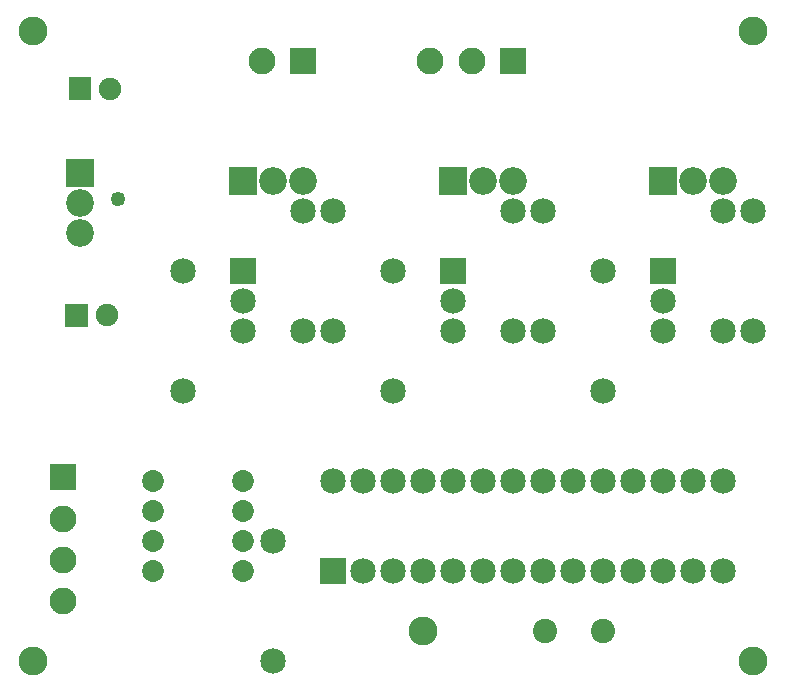
<source format=gts>
G04 MADE WITH FRITZING*
G04 WWW.FRITZING.ORG*
G04 DOUBLE SIDED*
G04 HOLES PLATED*
G04 CONTOUR ON CENTER OF CONTOUR VECTOR*
%ASAXBY*%
%FSLAX23Y23*%
%MOIN*%
%OFA0B0*%
%SFA1.0B1.0*%
%ADD10C,0.092000*%
%ADD11C,0.096614*%
%ADD12C,0.089370*%
%ADD13C,0.080925*%
%ADD14C,0.080866*%
%ADD15C,0.085000*%
%ADD16C,0.073000*%
%ADD17C,0.075000*%
%ADD18C,0.049370*%
%ADD19R,0.092000X0.092000*%
%ADD20R,0.089370X0.089370*%
%ADD21R,0.085000X0.085000*%
%ADD22R,0.001000X0.001000*%
%LNMASK1*%
G90*
G70*
G54D10*
X599Y1771D03*
X599Y1671D03*
X599Y1571D03*
G54D11*
X1742Y244D03*
X442Y2244D03*
X2842Y2244D03*
X442Y144D03*
X2842Y144D03*
G54D12*
X542Y757D03*
X542Y619D03*
X542Y481D03*
X542Y344D03*
X2042Y2144D03*
X1904Y2144D03*
X1766Y2144D03*
X1342Y2144D03*
X1204Y2144D03*
G54D13*
X2149Y244D03*
G54D14*
X2342Y244D03*
G54D15*
X1442Y444D03*
X1442Y744D03*
X1542Y444D03*
X1542Y744D03*
X1642Y444D03*
X1642Y744D03*
X1742Y444D03*
X1742Y744D03*
X1842Y444D03*
X1842Y744D03*
X1942Y444D03*
X1942Y744D03*
X2042Y444D03*
X2042Y744D03*
X2142Y444D03*
X2142Y744D03*
X2242Y444D03*
X2242Y744D03*
X2342Y444D03*
X2342Y744D03*
X2442Y444D03*
X2442Y744D03*
X2542Y444D03*
X2542Y744D03*
X2642Y444D03*
X2642Y744D03*
X2742Y444D03*
X2742Y744D03*
G54D16*
X1142Y444D03*
X1142Y544D03*
X1142Y644D03*
X1142Y744D03*
X842Y744D03*
X842Y644D03*
X842Y544D03*
X842Y444D03*
X1142Y444D03*
X1142Y544D03*
X1142Y644D03*
X1142Y744D03*
X842Y744D03*
X842Y644D03*
X842Y544D03*
X842Y444D03*
G54D15*
X1142Y1244D03*
X1142Y1344D03*
X1142Y1444D03*
X1842Y1244D03*
X1842Y1344D03*
X1842Y1444D03*
X2542Y1244D03*
X2542Y1344D03*
X2542Y1444D03*
X1242Y144D03*
X1242Y544D03*
X942Y1044D03*
X942Y1444D03*
X1642Y1044D03*
X1642Y1444D03*
X2342Y1044D03*
X2342Y1444D03*
X2742Y1244D03*
X2742Y1644D03*
X2042Y1244D03*
X2042Y1644D03*
X1342Y1244D03*
X1342Y1644D03*
X1442Y1244D03*
X1442Y1644D03*
X2842Y1244D03*
X2842Y1644D03*
X2142Y1244D03*
X2142Y1644D03*
G54D10*
X1142Y1744D03*
X1242Y1744D03*
X1342Y1744D03*
X2542Y1744D03*
X2642Y1744D03*
X2742Y1744D03*
X1842Y1744D03*
X1942Y1744D03*
X2042Y1744D03*
G54D17*
X599Y2052D03*
X699Y2052D03*
X599Y2052D03*
X699Y2052D03*
X588Y1296D03*
X688Y1296D03*
X588Y1296D03*
X688Y1296D03*
G54D18*
X723Y1683D03*
G54D19*
X599Y1771D03*
G54D20*
X542Y757D03*
X2042Y2144D03*
X1342Y2144D03*
G54D21*
X1442Y444D03*
X1142Y1444D03*
X1842Y1444D03*
X2542Y1444D03*
G54D19*
X1142Y1744D03*
X2542Y1744D03*
X1842Y1744D03*
G54D22*
X562Y2090D02*
X635Y2090D01*
X561Y2089D02*
X635Y2089D01*
X561Y2088D02*
X635Y2088D01*
X561Y2087D02*
X635Y2087D01*
X561Y2086D02*
X635Y2086D01*
X561Y2085D02*
X635Y2085D01*
X561Y2084D02*
X635Y2084D01*
X561Y2083D02*
X635Y2083D01*
X561Y2082D02*
X635Y2082D01*
X561Y2081D02*
X635Y2081D01*
X561Y2080D02*
X635Y2080D01*
X561Y2079D02*
X635Y2079D01*
X561Y2078D02*
X635Y2078D01*
X561Y2077D02*
X635Y2077D01*
X561Y2076D02*
X635Y2076D01*
X561Y2075D02*
X635Y2075D01*
X561Y2074D02*
X635Y2074D01*
X561Y2073D02*
X635Y2073D01*
X561Y2072D02*
X635Y2072D01*
X561Y2071D02*
X635Y2071D01*
X561Y2070D02*
X635Y2070D01*
X561Y2069D02*
X635Y2069D01*
X561Y2068D02*
X635Y2068D01*
X561Y2067D02*
X635Y2067D01*
X561Y2066D02*
X635Y2066D01*
X561Y2065D02*
X635Y2065D01*
X561Y2064D02*
X635Y2064D01*
X561Y2063D02*
X635Y2063D01*
X561Y2062D02*
X635Y2062D01*
X561Y2061D02*
X595Y2061D01*
X602Y2061D02*
X635Y2061D01*
X561Y2060D02*
X593Y2060D01*
X604Y2060D02*
X635Y2060D01*
X561Y2059D02*
X591Y2059D01*
X605Y2059D02*
X635Y2059D01*
X561Y2058D02*
X591Y2058D01*
X606Y2058D02*
X635Y2058D01*
X561Y2057D02*
X590Y2057D01*
X607Y2057D02*
X635Y2057D01*
X561Y2056D02*
X590Y2056D01*
X607Y2056D02*
X635Y2056D01*
X561Y2055D02*
X589Y2055D01*
X607Y2055D02*
X635Y2055D01*
X561Y2054D02*
X589Y2054D01*
X608Y2054D02*
X635Y2054D01*
X561Y2053D02*
X589Y2053D01*
X608Y2053D02*
X635Y2053D01*
X561Y2052D02*
X589Y2052D01*
X608Y2052D02*
X635Y2052D01*
X561Y2051D02*
X589Y2051D01*
X608Y2051D02*
X635Y2051D01*
X561Y2050D02*
X589Y2050D01*
X607Y2050D02*
X635Y2050D01*
X561Y2049D02*
X590Y2049D01*
X607Y2049D02*
X635Y2049D01*
X561Y2048D02*
X590Y2048D01*
X607Y2048D02*
X635Y2048D01*
X561Y2047D02*
X591Y2047D01*
X606Y2047D02*
X635Y2047D01*
X561Y2046D02*
X591Y2046D01*
X605Y2046D02*
X635Y2046D01*
X561Y2045D02*
X593Y2045D01*
X604Y2045D02*
X635Y2045D01*
X561Y2044D02*
X596Y2044D01*
X601Y2044D02*
X635Y2044D01*
X561Y2043D02*
X635Y2043D01*
X561Y2042D02*
X635Y2042D01*
X561Y2041D02*
X635Y2041D01*
X561Y2040D02*
X635Y2040D01*
X561Y2039D02*
X635Y2039D01*
X561Y2038D02*
X635Y2038D01*
X561Y2037D02*
X635Y2037D01*
X561Y2036D02*
X635Y2036D01*
X561Y2035D02*
X635Y2035D01*
X561Y2034D02*
X635Y2034D01*
X561Y2033D02*
X635Y2033D01*
X561Y2032D02*
X635Y2032D01*
X561Y2031D02*
X635Y2031D01*
X561Y2030D02*
X635Y2030D01*
X561Y2029D02*
X635Y2029D01*
X561Y2028D02*
X635Y2028D01*
X561Y2027D02*
X635Y2027D01*
X561Y2026D02*
X635Y2026D01*
X561Y2025D02*
X635Y2025D01*
X561Y2024D02*
X635Y2024D01*
X561Y2023D02*
X635Y2023D01*
X561Y2022D02*
X635Y2022D01*
X561Y2021D02*
X635Y2021D01*
X561Y2020D02*
X635Y2020D01*
X561Y2019D02*
X635Y2019D01*
X561Y2018D02*
X635Y2018D01*
X561Y2017D02*
X635Y2017D01*
X561Y2016D02*
X635Y2016D01*
X550Y1333D02*
X624Y1333D01*
X550Y1332D02*
X624Y1332D01*
X550Y1331D02*
X624Y1331D01*
X550Y1330D02*
X624Y1330D01*
X550Y1329D02*
X624Y1329D01*
X550Y1328D02*
X624Y1328D01*
X550Y1327D02*
X624Y1327D01*
X550Y1326D02*
X624Y1326D01*
X550Y1325D02*
X624Y1325D01*
X550Y1324D02*
X624Y1324D01*
X550Y1323D02*
X624Y1323D01*
X550Y1322D02*
X624Y1322D01*
X550Y1321D02*
X624Y1321D01*
X550Y1320D02*
X624Y1320D01*
X550Y1319D02*
X624Y1319D01*
X550Y1318D02*
X624Y1318D01*
X550Y1317D02*
X624Y1317D01*
X550Y1316D02*
X624Y1316D01*
X550Y1315D02*
X624Y1315D01*
X550Y1314D02*
X624Y1314D01*
X550Y1313D02*
X624Y1313D01*
X550Y1312D02*
X624Y1312D01*
X550Y1311D02*
X624Y1311D01*
X550Y1310D02*
X624Y1310D01*
X550Y1309D02*
X624Y1309D01*
X550Y1308D02*
X624Y1308D01*
X550Y1307D02*
X624Y1307D01*
X550Y1306D02*
X624Y1306D01*
X550Y1305D02*
X624Y1305D01*
X550Y1304D02*
X582Y1304D01*
X592Y1304D02*
X624Y1304D01*
X550Y1303D02*
X581Y1303D01*
X593Y1303D02*
X624Y1303D01*
X550Y1302D02*
X580Y1302D01*
X594Y1302D02*
X624Y1302D01*
X550Y1301D02*
X579Y1301D01*
X595Y1301D02*
X624Y1301D01*
X550Y1300D02*
X578Y1300D01*
X596Y1300D02*
X624Y1300D01*
X550Y1299D02*
X578Y1299D01*
X596Y1299D02*
X624Y1299D01*
X550Y1298D02*
X578Y1298D01*
X596Y1298D02*
X624Y1298D01*
X550Y1297D02*
X578Y1297D01*
X596Y1297D02*
X624Y1297D01*
X550Y1296D02*
X578Y1296D01*
X596Y1296D02*
X624Y1296D01*
X550Y1295D02*
X578Y1295D01*
X596Y1295D02*
X624Y1295D01*
X550Y1294D02*
X578Y1294D01*
X596Y1294D02*
X624Y1294D01*
X550Y1293D02*
X578Y1293D01*
X596Y1293D02*
X624Y1293D01*
X550Y1292D02*
X578Y1292D01*
X596Y1292D02*
X624Y1292D01*
X550Y1291D02*
X579Y1291D01*
X595Y1291D02*
X624Y1291D01*
X550Y1290D02*
X580Y1290D01*
X594Y1290D02*
X624Y1290D01*
X550Y1289D02*
X581Y1289D01*
X593Y1289D02*
X624Y1289D01*
X550Y1288D02*
X582Y1288D01*
X592Y1288D02*
X624Y1288D01*
X550Y1287D02*
X624Y1287D01*
X550Y1286D02*
X624Y1286D01*
X550Y1285D02*
X624Y1285D01*
X550Y1284D02*
X624Y1284D01*
X550Y1283D02*
X624Y1283D01*
X550Y1282D02*
X624Y1282D01*
X550Y1281D02*
X624Y1281D01*
X550Y1280D02*
X624Y1280D01*
X550Y1279D02*
X624Y1279D01*
X550Y1278D02*
X624Y1278D01*
X550Y1277D02*
X624Y1277D01*
X550Y1276D02*
X624Y1276D01*
X550Y1275D02*
X624Y1275D01*
X550Y1274D02*
X624Y1274D01*
X550Y1273D02*
X624Y1273D01*
X550Y1272D02*
X624Y1272D01*
X550Y1271D02*
X624Y1271D01*
X550Y1270D02*
X624Y1270D01*
X550Y1269D02*
X624Y1269D01*
X550Y1268D02*
X624Y1268D01*
X550Y1267D02*
X624Y1267D01*
X550Y1266D02*
X624Y1266D01*
X550Y1265D02*
X624Y1265D01*
X550Y1264D02*
X624Y1264D01*
X550Y1263D02*
X624Y1263D01*
X550Y1262D02*
X624Y1262D01*
X550Y1261D02*
X624Y1261D01*
X550Y1260D02*
X624Y1260D01*
X550Y1259D02*
X624Y1259D01*
D02*
G04 End of Mask1*
M02*
</source>
